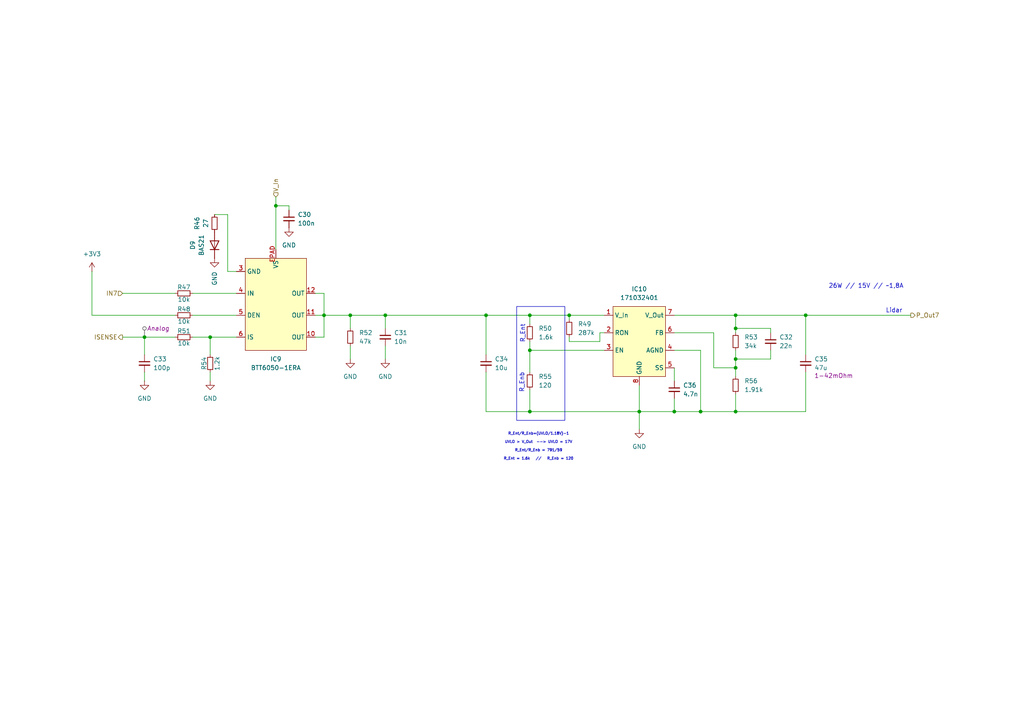
<source format=kicad_sch>
(kicad_sch (version 20231120) (generator "eeschema") (generator_version "8.0")
  (paper "A4")
  (title_block (title "PDU FT25") (date "2024-11-18") (rev "V1.0") (company "Janek Herm") (comment 1 "FaSTTUBe Electronics"))
  (lib_symbols
    (symbol "Device:C_Small" (pin_numbers hide) (pin_names (offset 0.254) hide)
      (property "Reference" "C" (at 0.254 1.778 0))
      (property "Value" "C_Small" (at 0.254 -2.032 0))
      (symbol "C_Small_0_1"
        (polyline (pts (xy -1.524 -0.508) (xy 1.524 -0.508)) (stroke (width 0.3302)))
        (polyline (pts (xy -1.524 0.508) (xy 1.524 0.508)) (stroke (width 0.3048)))
      )
      (symbol "C_Small_1_1"
        (pin passive line (at 0 2.54 270) (length 2.032) (name "~") (number "1"))
        (pin passive line (at 0 -2.54 90) (length 2.032) (name "~") (number "2"))
      )
    )
    (symbol "Device:R_Small" (pin_numbers hide) (pin_names (offset 0.254) hide)
      (property "Reference" "R" (at 0.762 0.508 0))
      (property "Value" "R_Small" (at 0.762 -1.016 0))
      (symbol "R_Small_0_1"
        (rectangle (start -0.762 1.778) (end 0.762 -1.778) (stroke (width 0.2032)))
      )
      (symbol "R_Small_1_1"
        (pin passive line (at 0 2.54 270) (length 0.762) (name "~") (number "1"))
        (pin passive line (at 0 -2.54 90) (length 0.762) (name "~") (number "2"))
      )
    )
    (symbol "Diode:BAS21" (pin_numbers hide) (pin_names hide)
      (property "Reference" "D" (at 0 2.54 0))
      (property "Value" "BAS21" (at 0 -2.54 0))
      (symbol "BAS21_0_1"
        (polyline (pts (xy -1.27 1.27) (xy -1.27 -1.27)) (stroke (width 0.254)))
        (polyline (pts (xy 1.27 0) (xy -1.27 0)))
        (polyline (pts (xy 1.27 1.27) (xy 1.27 -1.27) (xy -1.27 0) (xy 1.27 1.27)) (stroke (width 0.254)))
      )
      (symbol "BAS21_1_1"
        (pin passive line (at 3.81 0 180) (length 2.54) (name "A") (number "1"))
        (pin no_connect line (at -1.27 0 0) (length 2.54) hide (name "NC") (number "2"))
        (pin passive line (at -3.81 0 0) (length 2.54) (name "K") (number "3"))
      )
    )
    (symbol "FaSTTUBe_Power-Switches:BTT6050-1ERA"
      (property "Reference" "IC" (at 0.254 -28.956 0))
      (property "Value" "BTT6050-1ERA" (at 0.508 -31.242 0))
      (symbol "BTT6050-1ERA_1_1"
        (rectangle (start -8.89 -1.27) (end 8.89 -27.94) (fill (type background)))
        (pin passive line (at 11.43 -24.13 180) (length 2.54) (name "OUT") (number "10"))
        (pin passive line (at 11.43 -17.78 180) (length 2.54) (name "OUT") (number "11"))
        (pin power_out line (at 11.43 -11.43 180) (length 2.54) (name "OUT") (number "12"))
        (pin output line (at -11.43 -5.08 0) (length 2.54) (name "GND") (number "3"))
        (pin input line (at -11.43 -11.43 0) (length 2.54) (name "IN") (number "4"))
        (pin input line (at -11.43 -17.78 0) (length 2.54) (name "DEN") (number "5"))
        (pin output line (at -11.43 -24.13 0) (length 2.54) (name "IS") (number "6"))
        (pin input line (at 0 1.27 270) (length 2.54) (name "VS") (number "EPAD"))
      )
    )
    (symbol "FaSTTUBe_Voltage_Regulators:171032401"
      (property "Reference" "IC" (at 0.254 8.636 0))
      (property "Value" "171032401" (at 0.508 6.604 0))
      (symbol "171032401_1_1"
        (rectangle (start -7.62 5.08) (end 7.62 -15.24) (fill (type background)))
        (pin power_in line (at -10.16 2.54 0) (length 2.54) (name "V_In") (number "1"))
        (pin passive line (at -10.16 -2.54 0) (length 2.54) (name "RON") (number "2"))
        (pin passive line (at -10.16 -7.62 0) (length 2.54) (name "EN") (number "3"))
        (pin power_in line (at 10.16 -7.62 180) (length 2.54) (name "AGND") (number "4"))
        (pin passive line (at 10.16 -12.7 180) (length 2.54) (name "SS") (number "5"))
        (pin passive line (at 10.16 -2.54 180) (length 2.54) (name "FB") (number "6"))
        (pin power_out line (at 10.16 2.54 180) (length 2.54) (name "V_Out") (number "7"))
        (pin power_in line (at 0 -17.78 90) (length 2.54) (name "GND") (number "8"))
      )
    )
    (symbol "power:+3.3V" (power) (pin_numbers hide) (pin_names (offset 0) hide)
      (property "Value" "+3.3V" (at 0 3.556 0))
      (symbol "+3.3V_0_1"
        (polyline (pts (xy -0.762 1.27) (xy 0 2.54)))
        (polyline (pts (xy 0 0) (xy 0 2.54)))
        (polyline (pts (xy 0 2.54) (xy 0.762 1.27)))
      )
      (symbol "+3.3V_1_1"
        (pin power_in line (at 0 0 90) (length 0) (name "~") (number "1"))
      )
    )
    (symbol "power:GND" (power) (pin_numbers hide) (pin_names (offset 0) hide)
      (property "Value" "GND" (at 0 -3.81 0))
      (symbol "GND_0_1"
        (polyline (pts (xy 0 0) (xy 0 -1.27) (xy 1.27 -1.27) (xy 0 -2.54) (xy -1.27 -1.27) (xy 0 -1.27)))
      )
      (symbol "GND_1_1"
        (pin power_in line (at 0 0 270) (length 0) (name "~") (number "1"))
      )
    )
  )
  (junction (at 93.98 91.44))
  (junction (at 213.36 119.38))
  (junction (at 213.36 106.68))
  (junction (at 185.42 119.38))
  (junction (at 213.36 91.44))
  (junction (at 233.68 91.44))
  (junction (at 195.58 119.38))
  (junction (at 101.6 91.44))
  (junction (at 153.67 119.38))
  (junction (at 153.67 101.6))
  (junction (at 60.96 97.79))
  (junction (at 41.91 97.79))
  (junction (at 111.76 91.44))
  (junction (at 80.01 59.69))
  (junction (at 140.97 91.44))
  (junction (at 203.2 119.38))
  (junction (at 165.1 91.44))
  (junction (at 213.36 95.25))
  (junction (at 213.36 104.14))
  (junction (at 153.67 91.44))
  (wire (pts (xy 55.88 97.79) (xy 60.96 97.79)))
  (wire (pts (xy 91.44 91.44) (xy 93.98 91.44)))
  (wire (pts (xy 140.97 107.95) (xy 140.97 119.38)))
  (wire (pts (xy 195.58 96.52) (xy 207.01 96.52)))
  (wire (pts (xy 66.04 62.23) (xy 62.23 62.23)))
  (wire (pts (xy 41.91 97.79) (xy 50.8 97.79)))
  (wire (pts (xy 60.96 97.79) (xy 68.58 97.79)))
  (wire (pts (xy 213.36 114.3) (xy 213.36 119.38)))
  (wire (pts (xy 60.96 107.95) (xy 60.96 110.49)))
  (wire (pts (xy 195.58 119.38) (xy 203.2 119.38)))
  (wire (pts (xy 213.36 119.38) (xy 233.68 119.38)))
  (wire (pts (xy 80.01 57.15) (xy 80.01 59.69)))
  (wire (pts (xy 153.67 101.6) (xy 153.67 107.95)))
  (wire (pts (xy 213.36 91.44) (xy 233.68 91.44)))
  (wire (pts (xy 93.98 97.79) (xy 93.98 91.44)))
  (wire (pts (xy 195.58 106.68) (xy 195.58 110.49)))
  (wire (pts (xy 165.1 99.06) (xy 165.1 97.79)))
  (wire (pts (xy 35.56 97.79) (xy 41.91 97.79)))
  (wire (pts (xy 195.58 119.38) (xy 185.42 119.38)))
  (wire (pts (xy 195.58 91.44) (xy 213.36 91.44)))
  (wire (pts (xy 153.67 119.38) (xy 185.42 119.38)))
  (wire (pts (xy 153.67 91.44) (xy 165.1 91.44)))
  (wire (pts (xy 101.6 91.44) (xy 101.6 95.25)))
  (wire (pts (xy 111.76 100.33) (xy 111.76 104.14)))
  (wire (pts (xy 173.99 99.06) (xy 173.99 96.52)))
  (wire (pts (xy 111.76 91.44) (xy 140.97 91.44)))
  (wire (pts (xy 203.2 101.6) (xy 203.2 119.38)))
  (wire (pts (xy 41.91 97.79) (xy 41.91 102.87)))
  (wire (pts (xy 55.88 85.09) (xy 68.58 85.09)))
  (wire (pts (xy 153.67 91.44) (xy 153.67 93.98)))
  (wire (pts (xy 26.67 91.44) (xy 50.8 91.44)))
  (wire (pts (xy 233.68 91.44) (xy 233.68 102.87)))
  (wire (pts (xy 91.44 97.79) (xy 93.98 97.79)))
  (wire (pts (xy 213.36 95.25) (xy 213.36 96.52)))
  (wire (pts (xy 223.52 104.14) (xy 213.36 104.14)))
  (wire (pts (xy 91.44 85.09) (xy 93.98 85.09)))
  (wire (pts (xy 233.68 107.95) (xy 233.68 119.38)))
  (wire (pts (xy 213.36 101.6) (xy 213.36 104.14)))
  (wire (pts (xy 111.76 91.44) (xy 111.76 95.25)))
  (wire (pts (xy 195.58 115.57) (xy 195.58 119.38)))
  (wire (pts (xy 140.97 91.44) (xy 153.67 91.44)))
  (wire (pts (xy 207.01 96.52) (xy 207.01 106.68)))
  (wire (pts (xy 153.67 101.6) (xy 175.26 101.6)))
  (wire (pts (xy 153.67 99.06) (xy 153.67 101.6)))
  (wire (pts (xy 203.2 119.38) (xy 213.36 119.38)))
  (wire (pts (xy 101.6 100.33) (xy 101.6 104.14)))
  (wire (pts (xy 223.52 95.25) (xy 223.52 96.52)))
  (wire (pts (xy 55.88 91.44) (xy 68.58 91.44)))
  (wire (pts (xy 223.52 101.6) (xy 223.52 104.14)))
  (wire (pts (xy 93.98 91.44) (xy 101.6 91.44)))
  (wire (pts (xy 66.04 62.23) (xy 66.04 78.74)))
  (wire (pts (xy 83.82 59.69) (xy 80.01 59.69)))
  (wire (pts (xy 80.01 59.69) (xy 80.01 72.39)))
  (wire (pts (xy 207.01 106.68) (xy 213.36 106.68)))
  (wire (pts (xy 140.97 91.44) (xy 140.97 102.87)))
  (wire (pts (xy 233.68 91.44) (xy 264.16 91.44)))
  (wire (pts (xy 165.1 99.06) (xy 173.99 99.06)))
  (wire (pts (xy 26.67 91.44) (xy 26.67 78.74)))
  (wire (pts (xy 93.98 85.09) (xy 93.98 91.44)))
  (wire (pts (xy 60.96 97.79) (xy 60.96 102.87)))
  (wire (pts (xy 173.99 96.52) (xy 175.26 96.52)))
  (wire (pts (xy 35.56 85.09) (xy 50.8 85.09)))
  (wire (pts (xy 153.67 113.03) (xy 153.67 119.38)))
  (wire (pts (xy 140.97 119.38) (xy 153.67 119.38)))
  (wire (pts (xy 185.42 111.76) (xy 185.42 119.38)))
  (wire (pts (xy 185.42 119.38) (xy 185.42 124.46)))
  (wire (pts (xy 101.6 91.44) (xy 111.76 91.44)))
  (wire (pts (xy 213.36 91.44) (xy 213.36 95.25)))
  (wire (pts (xy 66.04 78.74) (xy 68.58 78.74)))
  (wire (pts (xy 41.91 107.95) (xy 41.91 110.49)))
  (wire (pts (xy 165.1 91.44) (xy 175.26 91.44)))
  (wire (pts (xy 195.58 101.6) (xy 203.2 101.6)))
  (wire (pts (xy 213.36 104.14) (xy 213.36 106.68)))
  (wire (pts (xy 213.36 95.25) (xy 223.52 95.25)))
  (wire (pts (xy 165.1 91.44) (xy 165.1 92.71)))
  (wire (pts (xy 213.36 106.68) (xy 213.36 109.22)))
  (wire (pts (xy 83.82 59.69) (xy 83.82 60.96)))
  (rectangle (start 149.86 88.9) (end 163.83 121.92))
  (text "R_Ent/R_Enb=(UVLO/1.18V)-1\n\nUVLO > V_Out  --> UVLO = 17V\n\nR_Ent/R_Enb = 791/59\n\nR_Ent = 1.6k   //   R_Enb = 120" (at 156.21 125.476 0) (effects (font (size 0.75 0.75)) (justify top)))
  (text "R_Enb" (at 151.384 110.998 90) (effects (font (size 1.27 1.27))))
  (text "R_Ent" (at 151.638 96.774 90) (effects (font (size 1.27 1.27))))
  (text "26W // 15V // ~1,8A" (at 251.206 83.058 0) (effects (font (size 1.27 1.27))))
  (text "Lidar" (at 259.334 90.17 0) (effects (font (size 1.27 1.27))))
  (hierarchical_label "P_Out7" (shape output) (at 264.16 91.44 0))
  (hierarchical_label "IN7" (shape input) (at 35.56 85.09 180))
  (hierarchical_label "V_In" (shape input) (at 80.01 57.15 90))
  (hierarchical_label "ISENSE" (shape output) (at 35.56 97.79 180))
  (netclass_flag "" (length 2.54) (shape round) (at 41.91 97.79 0) (property "Netclass" "Analog" (at 42.6085 95.25 0) (effects (font (italic yes)) (justify left))))
  (symbol (lib_id "Device:C_Small") (at 111.76 97.79 0) (unit 1)
    (property "Reference" "C31" (at 114.3 96.5262 0) (effects (justify left)))
    (property "Value" "10n" (at 114.3 99.0662 0) (effects (justify left)))
    (property "Footprint" "Capacitor_SMD:C_0603_1608Metric_Pad1.08x0.95mm_HandSolder" (effects (hide yes)))
    (property "Description" "Unpolarized capacitor, small symbol" (effects (hide yes)))
  )
  (symbol (lib_id "FaSTTUBe_Voltage_Regulators:171032401") (at 185.42 93.98 0) (unit 1)
    (property "Reference" "IC10" (at 185.42 83.82 0))
    (property "Value" "171032401" (at 185.42 86.36 0))
    (property "Footprint" "171032401:171032401" (effects (hide yes)))
    (property "Datasheet" "https://www.we-online.com/components/products/datasheet/171032401.pdf" (effects (hide yes)))
  )
  (symbol (lib_id "FaSTTUBe_Power-Switches:BTT6050-1ERA") (at 80.01 73.66 0) (unit 1)
    (property "Reference" "IC9" (at 80.01 104.14 0))
    (property "Value" "BTT6050-1ERA" (at 80.01 106.68 0))
    (property "Footprint" "BTT6010-1ERB:SOIC14_BTT6010-1ERB_INF" (effects (hide yes)))
    (property "Datasheet" "https://www.infineon.com/dgdl/Infineon-BTT6050-1ERA-DS-v01_00-EN.pdf?fileId=5546d46269e1c019016a21fa5b7a0d8a" (effects (hide yes)))
  )
  (symbol (lib_id "Device:C_Small") (at 233.68 105.41 0) (unit 1)
    (property "Reference" "C35" (at 236.22 104.1462 0) (effects (justify left)))
    (property "Value" "47u" (at 236.22 106.6862 0) (effects (justify left)))
    (property "Footprint" "Capacitor_SMD:C_1206_3216Metric_Pad1.33x1.80mm_HandSolder" (effects (hide yes)))
    (property "Description" "Unpolarized capacitor, small symbol" (effects (hide yes)))
    (property "Resistance" "1-42mOhm" (at 241.808 108.966 0))
  )
  (symbol (lib_id "Device:R_Small") (at 53.34 91.44 270) (unit 1)
    (property "Reference" "R48" (at 53.34 89.662 90))
    (property "Value" "10k" (at 53.34 93.218 90))
    (property "Footprint" "Resistor_SMD:R_0603_1608Metric_Pad0.98x0.95mm_HandSolder" (effects (hide yes)))
    (property "Description" "Resistor, small symbol" (effects (hide yes)))
  )
  (symbol (lib_id "power:GND") (at 83.82 66.04 0) (unit 1)
    (property "Reference" "#PWR081" (effects (hide yes)))
    (property "Value" "GND" (at 83.82 71.12 0))
    (property "Description" "Power symbol creates a global label with name \"GND\" , ground" (effects (hide yes)))
  )
  (symbol (lib_id "Device:R_Small") (at 213.36 99.06 0) (unit 1)
    (property "Reference" "R53" (at 215.9 97.7899 0) (effects (justify left)))
    (property "Value" "34k" (at 215.9 100.3299 0) (effects (justify left)))
    (property "Footprint" "Resistor_SMD:R_0805_2012Metric_Pad1.20x1.40mm_HandSolder" (effects (hide yes)))
    (property "Description" "Resistor, small symbol" (effects (hide yes)))
  )
  (symbol (lib_id "power:GND") (at 60.96 110.49 0) (unit 1)
    (property "Reference" "#PWR087" (effects (hide yes)))
    (property "Value" "GND" (at 60.96 115.57 0))
    (property "Description" "Power symbol creates a global label with name \"GND\" , ground" (effects (hide yes)))
  )
  (symbol (lib_id "power:+3.3V") (at 26.67 78.74 0) (unit 1)
    (property "Reference" "#PWR083" (effects (hide yes)))
    (property "Value" "+3V3" (at 26.67 73.66 0))
    (property "Description" "Power symbol creates a global label with name \"+3.3V\"" (effects (hide yes)))
  )
  (symbol (lib_id "Device:R_Small") (at 53.34 97.79 270) (unit 1)
    (property "Reference" "R51" (at 53.34 96.012 90))
    (property "Value" "10k" (at 53.34 99.568 90))
    (property "Footprint" "Resistor_SMD:R_0603_1608Metric_Pad0.98x0.95mm_HandSolder" (effects (hide yes)))
    (property "Description" "Resistor, small symbol" (effects (hide yes)))
  )
  (symbol (lib_id "Device:R_Small") (at 60.96 105.41 0) (unit 1)
    (property "Reference" "R54" (at 59.182 105.41 90))
    (property "Value" "1.2k" (at 62.992 105.41 90))
    (property "Footprint" "Resistor_SMD:R_0603_1608Metric_Pad0.98x0.95mm_HandSolder" (effects (hide yes)))
    (property "Description" "Resistor, small symbol" (effects (hide yes)))
  )
  (symbol (lib_id "Device:R_Small") (at 101.6 97.79 0) (unit 1)
    (property "Reference" "R52" (at 104.14 96.5199 0) (effects (justify left)))
    (property "Value" "47k" (at 104.14 99.0599 0) (effects (justify left)))
    (property "Footprint" "Resistor_SMD:R_0603_1608Metric_Pad0.98x0.95mm_HandSolder" (effects (hide yes)))
    (property "Description" "Resistor, small symbol" (effects (hide yes)))
  )
  (symbol (lib_id "Device:R_Small") (at 53.34 85.09 270) (unit 1)
    (property "Reference" "R47" (at 53.34 83.312 90))
    (property "Value" "10k" (at 53.34 86.868 90))
    (property "Footprint" "Resistor_SMD:R_0603_1608Metric_Pad0.98x0.95mm_HandSolder" (effects (hide yes)))
    (property "Description" "Resistor, small symbol" (effects (hide yes)))
  )
  (symbol (lib_id "Device:C_Small") (at 140.97 105.41 0) (unit 1)
    (property "Reference" "C34" (at 143.51 104.1462 0) (effects (justify left)))
    (property "Value" "10u" (at 143.51 106.6862 0) (effects (justify left)))
    (property "Footprint" "Capacitor_SMD:C_1206_3216Metric_Pad1.33x1.80mm_HandSolder" (effects (hide yes)))
    (property "Description" "Unpolarized capacitor, small symbol" (effects (hide yes)))
  )
  (symbol (lib_id "power:GND") (at 41.91 110.49 0) (unit 1)
    (property "Reference" "#PWR086" (effects (hide yes)))
    (property "Value" "GND" (at 41.91 115.57 0))
    (property "Description" "Power symbol creates a global label with name \"GND\" , ground" (effects (hide yes)))
  )
  (symbol (lib_id "power:GND") (at 62.23 74.93 0) (unit 1)
    (property "Reference" "#PWR082" (effects (hide yes)))
    (property "Value" "GND" (at 62.2299 78.74 90) (effects (justify right)))
    (property "Description" "Power symbol creates a global label with name \"GND\" , ground" (effects (hide yes)))
  )
  (symbol (lib_id "Diode:BAS21") (at 62.23 71.12 90) (unit 1)
    (property "Reference" "D9" (at 55.88 71.12 0))
    (property "Value" "BAS21" (at 58.42 71.12 0))
    (property "Footprint" "Package_TO_SOT_SMD:SOT-23" (effects (hide yes)))
    (property "Datasheet" "https://www.diodes.com/assets/Datasheets/Ds12004.pdf" (effects (hide yes)))
    (property "Description" "250V, 0.4A, High-speed Switching Diode, SOT-23" (effects (hide yes)))
  )
  (symbol (lib_id "Device:R_Small") (at 213.36 111.76 0) (unit 1)
    (property "Reference" "R56" (at 215.9 110.4899 0) (effects (justify left)))
    (property "Value" "1.91k" (at 215.9 113.0299 0) (effects (justify left)))
    (property "Footprint" "Resistor_SMD:R_0805_2012Metric_Pad1.20x1.40mm_HandSolder" (effects (hide yes)))
    (property "Description" "Resistor, small symbol" (effects (hide yes)))
  )
  (symbol (lib_id "power:GND") (at 101.6 104.14 0) (unit 1)
    (property "Reference" "#PWR084" (effects (hide yes)))
    (property "Value" "GND" (at 101.6 109.22 0))
    (property "Description" "Power symbol creates a global label with name \"GND\" , ground" (effects (hide yes)))
  )
  (symbol (lib_id "Device:R_Small") (at 153.67 110.49 0) (unit 1)
    (property "Reference" "R55" (at 156.21 109.2199 0) (effects (justify left)))
    (property "Value" "120" (at 156.21 111.7599 0) (effects (justify left)))
    (property "Footprint" "Resistor_SMD:R_0805_2012Metric_Pad1.20x1.40mm_HandSolder" (effects (hide yes)))
    (property "Description" "Resistor, small symbol" (effects (hide yes)))
  )
  (symbol (lib_id "Device:R_Small") (at 165.1 95.25 0) (unit 1)
    (property "Reference" "R49" (at 167.64 93.9799 0) (effects (justify left)))
    (property "Value" "287k" (at 167.64 96.5199 0) (effects (justify left)))
    (property "Footprint" "Resistor_SMD:R_0805_2012Metric_Pad1.20x1.40mm_HandSolder" (effects (hide yes)))
    (property "Description" "Resistor, small symbol" (effects (hide yes)))
  )
  (symbol (lib_id "Device:C_Small") (at 83.82 63.5 0) (unit 1)
    (property "Reference" "C30" (at 86.36 62.2362 0) (effects (justify left)))
    (property "Value" "100n" (at 86.36 64.7762 0) (effects (justify left)))
    (property "Footprint" "Capacitor_SMD:C_0603_1608Metric_Pad1.08x0.95mm_HandSolder" (effects (hide yes)))
    (property "Description" "Unpolarized capacitor, small symbol" (effects (hide yes)))
  )
  (symbol (lib_id "Device:R_Small") (at 62.23 64.77 180) (unit 1)
    (property "Reference" "R46" (at 57.15 64.77 90))
    (property "Value" "27" (at 59.69 64.77 90))
    (property "Footprint" "Resistor_SMD:R_0603_1608Metric_Pad0.98x0.95mm_HandSolder" (effects (hide yes)))
    (property "Description" "Resistor, small symbol" (effects (hide yes)))
  )
  (symbol (lib_id "Device:C_Small") (at 195.58 113.03 0) (unit 1)
    (property "Reference" "C36" (at 198.12 111.7662 0) (effects (justify left)))
    (property "Value" "4.7n" (at 198.12 114.3062 0) (effects (justify left)))
    (property "Footprint" "Capacitor_SMD:C_0805_2012Metric_Pad1.18x1.45mm_HandSolder" (effects (hide yes)))
    (property "Description" "Unpolarized capacitor, small symbol" (effects (hide yes)))
  )
  (symbol (lib_id "power:GND") (at 111.76 104.14 0) (unit 1)
    (property "Reference" "#PWR085" (effects (hide yes)))
    (property "Value" "GND" (at 111.76 109.22 0))
    (property "Description" "Power symbol creates a global label with name \"GND\" , ground" (effects (hide yes)))
  )
  (symbol (lib_id "Device:C_Small") (at 41.91 105.41 0) (unit 1)
    (property "Reference" "C33" (at 44.45 104.1462 0) (effects (justify left)))
    (property "Value" "100p" (at 44.45 106.6862 0) (effects (justify left)))
    (property "Footprint" "Capacitor_SMD:C_0603_1608Metric_Pad1.08x0.95mm_HandSolder" (effects (hide yes)))
    (property "Description" "Unpolarized capacitor, small symbol" (effects (hide yes)))
  )
  (symbol (lib_id "Device:R_Small") (at 153.67 96.52 0) (unit 1)
    (property "Reference" "R50" (at 156.21 95.2499 0) (effects (justify left)))
    (property "Value" "1.6k" (at 156.21 97.7899 0) (effects (justify left)))
    (property "Footprint" "Resistor_SMD:R_0805_2012Metric_Pad1.20x1.40mm_HandSolder" (effects (hide yes)))
    (property "Description" "Resistor, small symbol" (effects (hide yes)))
  )
  (symbol (lib_id "Device:C_Small") (at 223.52 99.06 0) (unit 1)
    (property "Reference" "C32" (at 226.06 97.7962 0) (effects (justify left)))
    (property "Value" "22n" (at 226.06 100.3362 0) (effects (justify left)))
    (property "Footprint" "Capacitor_SMD:C_0805_2012Metric_Pad1.18x1.45mm_HandSolder" (effects (hide yes)))
    (property "Description" "Unpolarized capacitor, small symbol" (effects (hide yes)))
  )
  (symbol (lib_id "power:GND") (at 185.42 124.46 0) (unit 1)
    (property "Reference" "#PWR088" (effects (hide yes)))
    (property "Value" "GND" (at 185.42 129.54 0))
    (property "Description" "Power symbol creates a global label with name \"GND\" , ground" (effects (hide yes)))
  )
)
</source>
